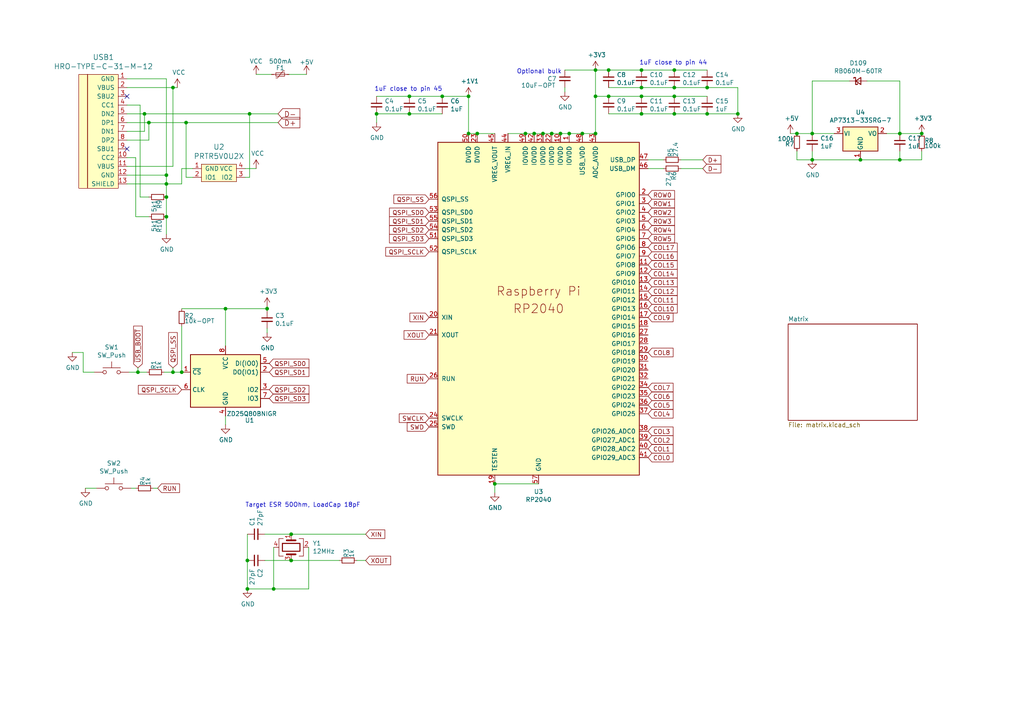
<source format=kicad_sch>
(kicad_sch (version 20230121) (generator eeschema)
  (paper "A4")
  (lib_symbols
    (symbol "BrutalV2-60-rescue:+3.3V-power" (power) (pin_names (offset 0))
      (property "Value" "+3.3V-power" (at 0 3.556 0))
      (symbol "+3.3V-power_0_1"
        (polyline (pts (xy -0.762 1.27) (xy 0 2.54)))
        (polyline (pts (xy 0 0) (xy 0 2.54)))
        (polyline (pts (xy 0 2.54) (xy 0.762 1.27)))
      )
      (symbol "+3.3V-power_1_1"
        (pin power_in line (at 0 0 90) (length 0) hide (name "+3V3") (number "1"))
      )
    )
    (symbol "Device:C_Small" (pin_numbers hide) (pin_names (offset 0.254) hide)
      (property "Reference" "C" (at 0.254 1.778 0))
      (property "Value" "C_Small" (at 0.254 -2.032 0))
      (symbol "C_Small_0_1"
        (polyline (pts (xy -1.524 -0.508) (xy 1.524 -0.508)) (stroke (width 0.3302)))
        (polyline (pts (xy -1.524 0.508) (xy 1.524 0.508)) (stroke (width 0.3048)))
      )
      (symbol "C_Small_1_1"
        (pin passive line (at 0 2.54 270) (length 2.032) (name "~") (number "1"))
        (pin passive line (at 0 -2.54 90) (length 2.032) (name "~") (number "2"))
      )
    )
    (symbol "Device:Crystal_GND24" (pin_names (offset 1.016) hide)
      (property "Reference" "Y" (at 3.175 5.08 0))
      (property "Value" "Crystal_GND24" (at 3.175 3.175 0))
      (symbol "Crystal_GND24_0_1"
        (rectangle (start -1.143 2.54) (end 1.143 -2.54) (stroke (width 0.3048)))
        (polyline (pts (xy -2.54 0) (xy -2.032 0)))
        (polyline (pts (xy -2.032 -1.27) (xy -2.032 1.27)) (stroke (width 0.508)))
        (polyline (pts (xy 0 -3.81) (xy 0 -3.556)))
        (polyline (pts (xy 0 3.556) (xy 0 3.81)))
        (polyline (pts (xy 2.032 -1.27) (xy 2.032 1.27)) (stroke (width 0.508)))
        (polyline (pts (xy 2.032 0) (xy 2.54 0)))
        (polyline (pts (xy -2.54 -2.286) (xy -2.54 -3.556) (xy 2.54 -3.556) (xy 2.54 -2.286)))
        (polyline (pts (xy -2.54 2.286) (xy -2.54 3.556) (xy 2.54 3.556) (xy 2.54 2.286)))
      )
      (symbol "Crystal_GND24_1_1"
        (pin passive line (at -3.81 0 0) (length 1.27) (name "1") (number "1"))
        (pin passive line (at 0 5.08 270) (length 1.27) (name "2") (number "2"))
        (pin passive line (at 3.81 0 180) (length 1.27) (name "3") (number "3"))
        (pin passive line (at 0 -5.08 90) (length 1.27) (name "4") (number "4"))
      )
    )
    (symbol "Device:D_Schottky_Small" (pin_numbers hide) (pin_names (offset 0.254) hide)
      (property "Reference" "D" (at -1.27 2.032 0))
      (property "Value" "D_Schottky_Small" (at -7.112 -2.032 0))
      (symbol "D_Schottky_Small_0_1"
        (polyline (pts (xy -0.762 0) (xy 0.762 0)))
        (polyline (pts (xy 0.762 -1.016) (xy -0.762 0) (xy 0.762 1.016) (xy 0.762 -1.016)) (stroke (width 0.254)))
        (polyline (pts (xy -1.27 0.762) (xy -1.27 1.016) (xy -0.762 1.016) (xy -0.762 -1.016) (xy -0.254 -1.016) (xy -0.254 -0.762)) (stroke (width 0.254)))
      )
      (symbol "D_Schottky_Small_1_1"
        (pin passive line (at -2.54 0 0) (length 1.778) (name "K") (number "1"))
        (pin passive line (at 2.54 0 180) (length 1.778) (name "A") (number "2"))
      )
    )
    (symbol "Device:Polyfuse_Small" (pin_numbers hide) (pin_names (offset 0))
      (property "Reference" "F" (at -1.905 0 90))
      (property "Value" "Polyfuse_Small" (at 1.905 0 90))
      (symbol "Polyfuse_Small_0_1"
        (rectangle (start -0.508 1.27) (end 0.508 -1.27))
        (polyline (pts (xy 0 2.54) (xy 0 -2.54)))
        (polyline (pts (xy -1.016 1.27) (xy -1.016 0.762) (xy 1.016 -0.762) (xy 1.016 -1.27)))
      )
      (symbol "Polyfuse_Small_1_1"
        (pin passive line (at 0 2.54 270) (length 0.635) (name "~") (number "1"))
        (pin passive line (at 0 -2.54 90) (length 0.635) (name "~") (number "2"))
      )
    )
    (symbol "Device:R_Small" (pin_numbers hide) (pin_names (offset 0.254) hide)
      (property "Reference" "R" (at 0.762 0.508 0))
      (property "Value" "R_Small" (at 0.762 -1.016 0))
      (symbol "R_Small_0_1"
        (rectangle (start -0.762 1.778) (end 0.762 -1.778) (stroke (width 0.2032)))
      )
      (symbol "R_Small_1_1"
        (pin passive line (at 0 2.54 270) (length 0.762) (name "~") (number "1"))
        (pin passive line (at 0 -2.54 90) (length 0.762) (name "~") (number "2"))
      )
    )
    (symbol "MCU_RaspberryPi_RP2040:RP2040" (pin_names (offset 1.016))
      (property "Reference" "U" (at -29.21 49.53 0))
      (property "Value" "RP2040" (at 24.13 -49.53 0))
      (symbol "RP2040_0_0"
        (text "Raspberry Pi" (at 0 5.08 0) (effects (font (size 2.54 2.54))))
        (text "RP2040" (at 0 0 0) (effects (font (size 2.54 2.54))))
      )
      (symbol "RP2040_0_1"
        (rectangle (start 29.21 48.26) (end -29.21 -48.26) (stroke (width 0.254)) (fill (type background)))
      )
      (symbol "RP2040_1_1"
        (pin power_in line (at 8.89 50.8 270) (length 2.54) (name "IOVDD") (number "1"))
        (pin power_in line (at 6.35 50.8 270) (length 2.54) (name "IOVDD") (number "10"))
        (pin bidirectional line (at 31.75 12.7 180) (length 2.54) (name "GPIO8") (number "11"))
        (pin bidirectional line (at 31.75 10.16 180) (length 2.54) (name "GPIO9") (number "12"))
        (pin bidirectional line (at 31.75 7.62 180) (length 2.54) (name "GPIO10") (number "13"))
        (pin bidirectional line (at 31.75 5.08 180) (length 2.54) (name "GPIO11") (number "14"))
        (pin bidirectional line (at 31.75 2.54 180) (length 2.54) (name "GPIO12") (number "15"))
        (pin bidirectional line (at 31.75 0 180) (length 2.54) (name "GPIO13") (number "16"))
        (pin bidirectional line (at 31.75 -2.54 180) (length 2.54) (name "GPIO14") (number "17"))
        (pin bidirectional line (at 31.75 -5.08 180) (length 2.54) (name "GPIO15") (number "18"))
        (pin passive line (at -12.7 -50.8 90) (length 2.54) (name "TESTEN") (number "19"))
        (pin bidirectional line (at 31.75 33.02 180) (length 2.54) (name "GPIO0") (number "2"))
        (pin input line (at -31.75 -2.54 0) (length 2.54) (name "XIN") (number "20"))
        (pin passive line (at -31.75 -7.62 0) (length 2.54) (name "XOUT") (number "21"))
        (pin power_in line (at 3.81 50.8 270) (length 2.54) (name "IOVDD") (number "22"))
        (pin power_in line (at -17.78 50.8 270) (length 2.54) (name "DVDD") (number "23"))
        (pin output line (at -31.75 -31.75 0) (length 2.54) (name "SWCLK") (number "24"))
        (pin bidirectional line (at -31.75 -34.29 0) (length 2.54) (name "SWD") (number "25"))
        (pin input line (at -31.75 -20.32 0) (length 2.54) (name "RUN") (number "26"))
        (pin bidirectional line (at 31.75 -7.62 180) (length 2.54) (name "GPIO16") (number "27"))
        (pin bidirectional line (at 31.75 -10.16 180) (length 2.54) (name "GPIO17") (number "28"))
        (pin bidirectional line (at 31.75 -12.7 180) (length 2.54) (name "GPIO18") (number "29"))
        (pin bidirectional line (at 31.75 30.48 180) (length 2.54) (name "GPIO1") (number "3"))
        (pin bidirectional line (at 31.75 -15.24 180) (length 2.54) (name "GPIO19") (number "30"))
        (pin bidirectional line (at 31.75 -17.78 180) (length 2.54) (name "GPIO20") (number "31"))
        (pin bidirectional line (at 31.75 -20.32 180) (length 2.54) (name "GPIO21") (number "32"))
        (pin power_in line (at 1.27 50.8 270) (length 2.54) (name "IOVDD") (number "33"))
        (pin bidirectional line (at 31.75 -22.86 180) (length 2.54) (name "GPIO22") (number "34"))
        (pin bidirectional line (at 31.75 -25.4 180) (length 2.54) (name "GPIO23") (number "35"))
        (pin bidirectional line (at 31.75 -27.94 180) (length 2.54) (name "GPIO24") (number "36"))
        (pin bidirectional line (at 31.75 -30.48 180) (length 2.54) (name "GPIO25") (number "37"))
        (pin bidirectional line (at 31.75 -35.56 180) (length 2.54) (name "GPIO26_ADC0") (number "38"))
        (pin bidirectional line (at 31.75 -38.1 180) (length 2.54) (name "GPIO27_ADC1") (number "39"))
        (pin bidirectional line (at 31.75 27.94 180) (length 2.54) (name "GPIO2") (number "4"))
        (pin bidirectional line (at 31.75 -40.64 180) (length 2.54) (name "GPIO28_ADC2") (number "40"))
        (pin bidirectional line (at 31.75 -43.18 180) (length 2.54) (name "GPIO29_ADC3") (number "41"))
        (pin power_in line (at -1.27 50.8 270) (length 2.54) (name "IOVDD") (number "42"))
        (pin power_in line (at 16.51 50.8 270) (length 2.54) (name "ADC_AVDD") (number "43"))
        (pin power_in line (at -8.89 50.8 270) (length 2.54) (name "VREG_IN") (number "44"))
        (pin power_out line (at -12.7 50.8 270) (length 2.54) (name "VREG_VOUT") (number "45"))
        (pin bidirectional line (at 31.75 40.64 180) (length 2.54) (name "USB_DM") (number "46"))
        (pin bidirectional line (at 31.75 43.18 180) (length 2.54) (name "USB_DP") (number "47"))
        (pin power_in line (at 12.7 50.8 270) (length 2.54) (name "USB_VDD") (number "48"))
        (pin power_in line (at -3.81 50.8 270) (length 2.54) (name "IOVDD") (number "49"))
        (pin bidirectional line (at 31.75 25.4 180) (length 2.54) (name "GPIO3") (number "5"))
        (pin power_in line (at -20.32 50.8 270) (length 2.54) (name "DVDD") (number "50"))
        (pin bidirectional line (at -31.75 20.32 0) (length 2.54) (name "QSPI_SD3") (number "51"))
        (pin output line (at -31.75 16.51 0) (length 2.54) (name "QSPI_SCLK") (number "52"))
        (pin bidirectional line (at -31.75 27.94 0) (length 2.54) (name "QSPI_SD0") (number "53"))
        (pin bidirectional line (at -31.75 22.86 0) (length 2.54) (name "QSPI_SD2") (number "54"))
        (pin bidirectional line (at -31.75 25.4 0) (length 2.54) (name "QSPI_SD1") (number "55"))
        (pin bidirectional line (at -31.75 31.75 0) (length 2.54) (name "QSPI_SS") (number "56"))
        (pin power_in line (at 0 -50.8 90) (length 2.54) (name "GND") (number "57"))
        (pin bidirectional line (at 31.75 22.86 180) (length 2.54) (name "GPIO4") (number "6"))
        (pin bidirectional line (at 31.75 20.32 180) (length 2.54) (name "GPIO5") (number "7"))
        (pin bidirectional line (at 31.75 17.78 180) (length 2.54) (name "GPIO6") (number "8"))
        (pin bidirectional line (at 31.75 15.24 180) (length 2.54) (name "GPIO7") (number "9"))
      )
    )
    (symbol "Memory_Flash:W25Q32JVSS"
      (property "Reference" "U" (at -8.89 8.89 0))
      (property "Value" "W25Q32JVSS" (at 7.62 8.89 0))
      (symbol "W25Q32JVSS_0_1"
        (rectangle (start -10.16 7.62) (end 10.16 -7.62) (stroke (width 0.254)) (fill (type background)))
      )
      (symbol "W25Q32JVSS_1_1"
        (pin input line (at -12.7 2.54 0) (length 2.54) (name "~{CS}") (number "1"))
        (pin bidirectional line (at 12.7 2.54 180) (length 2.54) (name "DO(IO1)") (number "2"))
        (pin bidirectional line (at 12.7 -2.54 180) (length 2.54) (name "IO2") (number "3"))
        (pin power_in line (at 0 -10.16 90) (length 2.54) (name "GND") (number "4"))
        (pin bidirectional line (at 12.7 5.08 180) (length 2.54) (name "DI(IO0)") (number "5"))
        (pin input line (at -12.7 -2.54 0) (length 2.54) (name "CLK") (number "6"))
        (pin bidirectional line (at 12.7 -5.08 180) (length 2.54) (name "IO3") (number "7"))
        (pin power_in line (at 0 10.16 270) (length 2.54) (name "VCC") (number "8"))
      )
    )
    (symbol "Regulator_Linear:MCP1700-3002E_SOT23" (pin_names (offset 0.254))
      (property "Reference" "U" (at -3.81 3.175 0))
      (property "Value" "MCP1700-3002E_SOT23" (at 0 3.175 0))
      (symbol "MCP1700-3002E_SOT23_0_1"
        (rectangle (start -5.08 1.905) (end 5.08 -5.08) (stroke (width 0.254)) (fill (type background)))
      )
      (symbol "MCP1700-3002E_SOT23_1_1"
        (pin power_in line (at 0 -7.62 90) (length 2.54) (name "GND") (number "1"))
        (pin power_out line (at 7.62 0 180) (length 2.54) (name "VO") (number "2"))
        (pin power_in line (at -7.62 0 0) (length 2.54) (name "VI") (number "3"))
      )
    )
    (symbol "Switch:SW_Push" (pin_numbers hide) (pin_names (offset 1.016) hide)
      (property "Reference" "SW" (at 1.27 2.54 0))
      (property "Value" "SW_Push" (at 0 -1.524 0))
      (symbol "SW_Push_0_1"
        (circle (center -2.032 0) (radius 0.508))
        (polyline (pts (xy 0 1.27) (xy 0 3.048)))
        (polyline (pts (xy 2.54 1.27) (xy -2.54 1.27)))
        (circle (center 2.032 0) (radius 0.508))
        (pin passive line (at -5.08 0 0) (length 2.54) (name "1") (number "1"))
        (pin passive line (at 5.08 0 180) (length 2.54) (name "2") (number "2"))
      )
    )
    (symbol "Type-C:HRO-TYPE-C-31-M-12" (pin_names (offset 1.016))
      (property "Reference" "USB" (at -5.08 16.51 0))
      (property "Value" "HRO-TYPE-C-31-M-12" (at -10.16 -1.27 90))
      (symbol "HRO-TYPE-C-31-M-12_0_1"
        (rectangle (start -11.43 15.24) (end -8.89 -17.78) (fill (type background)))
        (rectangle (start 0 -17.78) (end -8.89 15.24) (fill (type background)))
      )
      (symbol "HRO-TYPE-C-31-M-12_1_1"
        (pin input line (at 2.54 13.97 180) (length 2.54) (name "GND") (number "1"))
        (pin input line (at 2.54 -8.89 180) (length 2.54) (name "CC2") (number "10"))
        (pin input line (at 2.54 -11.43 180) (length 2.54) (name "VBUS") (number "11"))
        (pin input line (at 2.54 -13.97 180) (length 2.54) (name "GND") (number "12"))
        (pin input line (at 2.54 -16.51 180) (length 2.54) (name "SHIELD") (number "13"))
        (pin input line (at 2.54 11.43 180) (length 2.54) (name "VBUS") (number "2"))
        (pin input line (at 2.54 8.89 180) (length 2.54) (name "SBU2") (number "3"))
        (pin input line (at 2.54 6.35 180) (length 2.54) (name "CC1") (number "4"))
        (pin input line (at 2.54 3.81 180) (length 2.54) (name "DN2") (number "5"))
        (pin input line (at 2.54 1.27 180) (length 2.54) (name "DP1") (number "6"))
        (pin input line (at 2.54 -1.27 180) (length 2.54) (name "DN1") (number "7"))
        (pin input line (at 2.54 -3.81 180) (length 2.54) (name "DP2") (number "8"))
        (pin input line (at 2.54 -6.35 180) (length 2.54) (name "SBU1") (number "9"))
      )
    )
    (symbol "ai03-locallib:PRTR5V0U2X" (pin_names (offset 1.016))
      (property "Reference" "U" (at 0 3.81 0))
      (property "Value" "PRTR5V0U2X" (at 0 -3.81 0))
      (symbol "PRTR5V0U2X_0_1"
        (rectangle (start -5.08 2.54) (end 5.08 -2.54) (fill (type background)))
      )
      (symbol "PRTR5V0U2X_1_1"
        (pin input line (at -7.62 1.27 0) (length 2.54) (name "GND") (number "1"))
        (pin input line (at -7.62 -1.27 0) (length 2.54) (name "IO1") (number "2"))
        (pin input line (at 7.62 -1.27 180) (length 2.54) (name "IO2") (number "3"))
        (pin input line (at 7.62 1.27 180) (length 2.54) (name "VCC") (number "4"))
      )
    )
    (symbol "power:+1V1" (power) (pin_names (offset 0))
      (property "Value" "+1V1" (at 0 3.556 0))
      (symbol "+1V1_0_1"
        (polyline (pts (xy -0.762 1.27) (xy 0 2.54)))
        (polyline (pts (xy 0 0) (xy 0 2.54)))
        (polyline (pts (xy 0 2.54) (xy 0.762 1.27)))
      )
      (symbol "+1V1_1_1"
        (pin power_in line (at 0 0 90) (length 0) hide (name "+1V1") (number "1"))
      )
    )
    (symbol "power:+3V3" (power) (pin_names (offset 0))
      (property "Value" "+3V3" (at 0 3.556 0))
      (symbol "+3V3_0_1"
        (polyline (pts (xy -0.762 1.27) (xy 0 2.54)))
        (polyline (pts (xy 0 0) (xy 0 2.54)))
        (polyline (pts (xy 0 2.54) (xy 0.762 1.27)))
      )
      (symbol "+3V3_1_1"
        (pin power_in line (at 0 0 90) (length 0) hide (name "+3V3") (number "1"))
      )
    )
    (symbol "power:+5V" (power) (pin_names (offset 0))
      (property "Value" "+5V" (at 0 3.556 0))
      (symbol "+5V_0_1"
        (polyline (pts (xy -0.762 1.27) (xy 0 2.54)))
        (polyline (pts (xy 0 0) (xy 0 2.54)))
        (polyline (pts (xy 0 2.54) (xy 0.762 1.27)))
      )
      (symbol "+5V_1_1"
        (pin power_in line (at 0 0 90) (length 0) hide (name "+5V") (number "1"))
      )
    )
    (symbol "power:GND" (power) (pin_names (offset 0))
      (property "Value" "GND" (at 0 -3.81 0))
      (symbol "GND_0_1"
        (polyline (pts (xy 0 0) (xy 0 -1.27) (xy 1.27 -1.27) (xy 0 -2.54) (xy -1.27 -1.27) (xy 0 -1.27)))
      )
      (symbol "GND_1_1"
        (pin power_in line (at 0 0 270) (length 0) hide (name "GND") (number "1"))
      )
    )
    (symbol "power:VCC" (power) (pin_names (offset 0))
      (property "Value" "VCC" (at 0 3.81 0))
      (symbol "VCC_0_1"
        (polyline (pts (xy -0.762 1.27) (xy 0 2.54)))
        (polyline (pts (xy 0 0) (xy 0 2.54)))
        (polyline (pts (xy 0 2.54) (xy 0.762 1.27)))
      )
      (symbol "VCC_1_1"
        (pin power_in line (at 0 0 90) (length 0) hide (name "VCC") (number "1"))
      )
    )
  )
  (junction (at 172.72 20.32))
  (junction (at 109.22 33.02))
  (junction (at 205.105 33.02))
  (junction (at 65.405 89.535))
  (junction (at 71.755 162.56))
  (junction (at 172.72 27.94))
  (junction (at 186.055 25.4))
  (junction (at 172.72 38.735))
  (junction (at 152.4 38.735))
  (junction (at 195.58 33.02))
  (junction (at 40.005 107.95))
  (junction (at 71.755 170.815))
  (junction (at 118.745 27.94))
  (junction (at 267.335 38.735))
  (junction (at 176.53 20.32))
  (junction (at 235.585 38.735))
  (junction (at 48.26 57.15))
  (junction (at 48.26 62.865))
  (junction (at 260.985 38.735))
  (junction (at 195.58 20.32))
  (junction (at 231.14 38.735))
  (junction (at 195.58 25.4))
  (junction (at 154.94 38.735))
  (junction (at 168.91 38.735))
  (junction (at 160.02 38.735))
  (junction (at 205.105 25.4))
  (junction (at 48.26 50.8))
  (junction (at 143.51 140.335))
  (junction (at 186.055 33.02))
  (junction (at 48.26 53.34))
  (junction (at 157.48 38.735))
  (junction (at 162.56 38.735))
  (junction (at 128.27 27.94))
  (junction (at 77.47 89.535))
  (junction (at 186.055 27.94))
  (junction (at 41.91 33.02))
  (junction (at 118.745 33.02))
  (junction (at 235.585 46.355))
  (junction (at 186.055 20.32))
  (junction (at 176.53 27.94))
  (junction (at 165.1 38.735))
  (junction (at 249.555 46.355))
  (junction (at 52.705 107.95))
  (junction (at 260.985 46.355))
  (junction (at 135.89 38.735))
  (junction (at 72.39 33.02))
  (junction (at 50.165 107.95))
  (junction (at 195.58 27.94))
  (junction (at 213.995 33.02))
  (junction (at 84.455 154.94))
  (junction (at 43.18 35.56))
  (junction (at 53.975 35.56))
  (junction (at 138.43 38.735))
  (junction (at 79.375 170.815))
  (junction (at 50.165 25.4))
  (junction (at 84.455 162.56))
  (junction (at 135.89 27.94))
  (no_connect (at 36.83 27.94))
  (no_connect (at 36.83 43.18))
  (wire (pts (xy 176.53 27.94) (xy 172.72 27.94)))
  (wire (pts (xy 109.22 33.02) (xy 118.745 33.02)))
  (wire (pts (xy 41.91 33.02) (xy 72.39 33.02)))
  (wire (pts (xy 235.585 23.495) (xy 246.38 23.495)))
  (wire (pts (xy 249.555 46.355) (xy 235.585 46.355)))
  (wire (pts (xy 195.58 27.94) (xy 186.055 27.94)))
  (wire (pts (xy 267.335 43.815) (xy 267.335 46.355)))
  (wire (pts (xy 251.46 23.495) (xy 260.985 23.495)))
  (wire (pts (xy 260.985 43.815) (xy 260.985 46.355)))
  (wire (pts (xy 36.83 45.72) (xy 39.37 45.72)))
  (wire (pts (xy 71.755 170.815) (xy 71.755 162.56)))
  (wire (pts (xy 143.51 140.335) (xy 156.21 140.335)))
  (wire (pts (xy 48.26 53.34) (xy 48.26 50.8)))
  (wire (pts (xy 53.975 51.435) (xy 53.975 35.56)))
  (wire (pts (xy 36.83 48.26) (xy 50.165 48.26)))
  (wire (pts (xy 48.26 57.15) (xy 48.26 62.865)))
  (wire (pts (xy 77.47 89.535) (xy 65.405 89.535)))
  (wire (pts (xy 135.89 27.94) (xy 128.27 27.94)))
  (wire (pts (xy 36.83 40.64) (xy 43.18 40.64)))
  (wire (pts (xy 154.94 38.735) (xy 157.48 38.735)))
  (wire (pts (xy 172.72 27.94) (xy 172.72 38.735)))
  (wire (pts (xy 72.39 33.02) (xy 80.645 33.02)))
  (wire (pts (xy 186.055 25.4) (xy 176.53 25.4)))
  (wire (pts (xy 40.64 57.15) (xy 43.18 57.15)))
  (wire (pts (xy 77.47 96.52) (xy 77.47 95.25)))
  (wire (pts (xy 260.985 23.495) (xy 260.985 38.735)))
  (wire (pts (xy 36.83 53.34) (xy 48.26 53.34)))
  (wire (pts (xy 50.165 107.95) (xy 52.705 107.95)))
  (wire (pts (xy 48.26 53.34) (xy 52.705 53.34)))
  (wire (pts (xy 41.91 33.02) (xy 41.91 38.1)))
  (wire (pts (xy 231.14 46.355) (xy 235.585 46.355)))
  (wire (pts (xy 172.72 20.32) (xy 172.72 27.94)))
  (wire (pts (xy 143.51 142.875) (xy 143.51 140.335)))
  (wire (pts (xy 165.1 38.735) (xy 168.91 38.735)))
  (wire (pts (xy 42.545 107.95) (xy 40.005 107.95)))
  (wire (pts (xy 135.89 27.94) (xy 135.89 38.735)))
  (wire (pts (xy 98.425 162.56) (xy 84.455 162.56)))
  (wire (pts (xy 71.755 162.56) (xy 71.755 154.94)))
  (wire (pts (xy 77.47 89.535) (xy 77.47 90.17)))
  (wire (pts (xy 36.83 33.02) (xy 41.91 33.02)))
  (wire (pts (xy 260.985 46.355) (xy 249.555 46.355)))
  (wire (pts (xy 52.705 48.895) (xy 55.88 48.895)))
  (wire (pts (xy 50.165 106.68) (xy 50.165 107.95)))
  (wire (pts (xy 20.955 102.235) (xy 24.13 102.235)))
  (wire (pts (xy 176.53 33.02) (xy 186.055 33.02)))
  (wire (pts (xy 213.995 25.4) (xy 205.105 25.4)))
  (wire (pts (xy 79.375 170.815) (xy 71.755 170.815)))
  (wire (pts (xy 187.96 48.895) (xy 192.405 48.895)))
  (wire (pts (xy 231.14 38.735) (xy 235.585 38.735)))
  (wire (pts (xy 260.985 38.735) (xy 257.175 38.735)))
  (wire (pts (xy 205.105 25.4) (xy 195.58 25.4)))
  (wire (pts (xy 52.705 53.34) (xy 52.705 48.895)))
  (wire (pts (xy 40.64 57.15) (xy 40.64 30.48)))
  (wire (pts (xy 205.105 27.94) (xy 195.58 27.94)))
  (wire (pts (xy 76.835 154.94) (xy 84.455 154.94)))
  (wire (pts (xy 39.37 45.72) (xy 39.37 62.865)))
  (wire (pts (xy 43.18 40.64) (xy 43.18 35.56)))
  (wire (pts (xy 109.22 35.56) (xy 109.22 33.02)))
  (wire (pts (xy 197.485 48.895) (xy 203.835 48.895)))
  (wire (pts (xy 72.39 51.435) (xy 72.39 33.02)))
  (wire (pts (xy 48.26 22.86) (xy 48.26 50.8)))
  (wire (pts (xy 40.005 107.95) (xy 40.005 106.68)))
  (wire (pts (xy 160.02 38.735) (xy 162.56 38.735)))
  (wire (pts (xy 89.535 158.75) (xy 89.535 170.815)))
  (wire (pts (xy 235.585 46.355) (xy 235.585 43.815)))
  (wire (pts (xy 43.18 35.56) (xy 36.83 35.56)))
  (wire (pts (xy 24.765 141.605) (xy 27.94 141.605)))
  (wire (pts (xy 48.26 53.34) (xy 48.26 57.15)))
  (wire (pts (xy 74.295 21.59) (xy 78.74 21.59)))
  (wire (pts (xy 195.58 20.32) (xy 186.055 20.32)))
  (wire (pts (xy 51.435 25.4) (xy 50.165 25.4)))
  (wire (pts (xy 37.465 107.95) (xy 40.005 107.95)))
  (wire (pts (xy 205.105 33.02) (xy 213.995 33.02)))
  (wire (pts (xy 163.83 25.4) (xy 163.83 26.67)))
  (wire (pts (xy 89.535 170.815) (xy 79.375 170.815)))
  (wire (pts (xy 235.585 38.735) (xy 235.585 23.495)))
  (wire (pts (xy 235.585 38.735) (xy 241.935 38.735)))
  (wire (pts (xy 135.89 38.735) (xy 138.43 38.735)))
  (wire (pts (xy 53.975 35.56) (xy 80.645 35.56)))
  (wire (pts (xy 65.405 123.19) (xy 65.405 120.65)))
  (wire (pts (xy 50.165 48.26) (xy 50.165 25.4)))
  (wire (pts (xy 52.705 89.535) (xy 65.405 89.535)))
  (wire (pts (xy 79.375 158.75) (xy 79.375 170.815)))
  (wire (pts (xy 24.13 107.95) (xy 27.305 107.95)))
  (wire (pts (xy 205.105 20.32) (xy 195.58 20.32)))
  (wire (pts (xy 147.32 38.735) (xy 152.4 38.735)))
  (wire (pts (xy 103.505 162.56) (xy 106.045 162.56)))
  (wire (pts (xy 231.14 43.815) (xy 231.14 46.355)))
  (wire (pts (xy 229.235 38.735) (xy 231.14 38.735)))
  (wire (pts (xy 48.26 62.865) (xy 48.26 67.945)))
  (wire (pts (xy 77.47 88.9) (xy 77.47 89.535)))
  (wire (pts (xy 162.56 38.735) (xy 165.1 38.735)))
  (wire (pts (xy 71.12 51.435) (xy 72.39 51.435)))
  (wire (pts (xy 43.18 35.56) (xy 53.975 35.56)))
  (wire (pts (xy 138.43 38.735) (xy 143.51 38.735)))
  (wire (pts (xy 172.72 20.32) (xy 163.83 20.32)))
  (wire (pts (xy 195.58 33.02) (xy 205.105 33.02)))
  (wire (pts (xy 118.745 33.02) (xy 128.27 33.02)))
  (wire (pts (xy 74.295 48.895) (xy 71.12 48.895)))
  (wire (pts (xy 152.4 38.735) (xy 154.94 38.735)))
  (wire (pts (xy 267.335 46.355) (xy 260.985 46.355)))
  (wire (pts (xy 192.405 46.355) (xy 187.96 46.355)))
  (wire (pts (xy 55.88 51.435) (xy 53.975 51.435)))
  (wire (pts (xy 83.82 21.59) (xy 88.9 21.59)))
  (wire (pts (xy 65.405 89.535) (xy 65.405 100.33)))
  (wire (pts (xy 213.995 33.02) (xy 213.995 25.4)))
  (wire (pts (xy 39.37 62.865) (xy 43.18 62.865)))
  (wire (pts (xy 176.53 20.32) (xy 172.72 20.32)))
  (wire (pts (xy 41.91 38.1) (xy 36.83 38.1)))
  (wire (pts (xy 24.13 102.235) (xy 24.13 107.95)))
  (wire (pts (xy 38.1 141.605) (xy 39.37 141.605)))
  (wire (pts (xy 267.335 38.735) (xy 260.985 38.735)))
  (wire (pts (xy 186.055 20.32) (xy 176.53 20.32)))
  (wire (pts (xy 186.055 33.02) (xy 195.58 33.02)))
  (wire (pts (xy 118.745 27.94) (xy 109.22 27.94)))
  (wire (pts (xy 45.72 141.605) (xy 44.45 141.605)))
  (wire (pts (xy 186.055 27.94) (xy 176.53 27.94)))
  (wire (pts (xy 47.625 107.95) (xy 50.165 107.95)))
  (wire (pts (xy 157.48 38.735) (xy 160.02 38.735)))
  (wire (pts (xy 106.045 154.94) (xy 84.455 154.94)))
  (wire (pts (xy 128.27 27.94) (xy 118.745 27.94)))
  (wire (pts (xy 203.835 46.355) (xy 197.485 46.355)))
  (wire (pts (xy 168.91 38.735) (xy 172.72 38.735)))
  (wire (pts (xy 48.26 50.8) (xy 36.83 50.8)))
  (wire (pts (xy 40.64 30.48) (xy 36.83 30.48)))
  (wire (pts (xy 50.165 25.4) (xy 36.83 25.4)))
  (wire (pts (xy 36.83 22.86) (xy 48.26 22.86)))
  (wire (pts (xy 195.58 25.4) (xy 186.055 25.4)))
  (wire (pts (xy 52.705 94.615) (xy 52.705 107.95)))
  (wire (pts (xy 76.835 162.56) (xy 84.455 162.56)))
  (text "Target ESR 50Ohm, LoadCap 18pF" (at 71.12 147.32 0) (effects (font (size 1.27 1.27)) (justify left bottom)))
  (text "Optional bulk" (at 149.86 21.59 0) (effects (font (size 1.27 1.27)) (justify left bottom)))
  (text "1uF close to pin 44" (at 185.42 19.05 0) (effects (font (size 1.27 1.27)) (justify left bottom)))
  (text "1uF close to pin 45" (at 108.585 26.67 0) (effects (font (size 1.27 1.27)) (justify left bottom)))
  (global_label "XIN" (shape input) (at 106.045 154.94 0) (property "Intersheetrefs" "${INTERSHEET_REFS}" (effects hide)))
  (global_label "SWD" (shape input) (at 124.46 123.825 180) (property "Intersheetrefs" "${INTERSHEET_REFS}" (effects hide)))
  (global_label "COL9" (shape input) (at 187.96 92.075 0) (property "Intersheetrefs" "${INTERSHEET_REFS}" (effects hide)))
  (global_label "D-" (shape input) (at 203.835 48.895 0) (property "Intersheetrefs" "${INTERSHEET_REFS}" (effects hide)))
  (global_label "ROW2" (shape input) (at 187.96 61.595 0) (property "Intersheetrefs" "${INTERSHEET_REFS}" (effects hide)))
  (global_label "XOUT" (shape input) (at 106.045 162.56 0) (property "Intersheetrefs" "${INTERSHEET_REFS}" (effects hide)))
  (global_label "QSPI_SS" (shape input) (at 50.165 106.68 90) (property "Intersheetrefs" "${INTERSHEET_REFS}" (effects hide)))
  (global_label "D+" (shape input) (at 203.835 46.355 0) (property "Intersheetrefs" "${INTERSHEET_REFS}" (effects hide)))
  (global_label "COL2" (shape input) (at 187.96 127.635 0) (property "Intersheetrefs" "${INTERSHEET_REFS}" (effects hide)))
  (global_label "SWCLK" (shape input) (at 124.46 121.285 180) (property "Intersheetrefs" "${INTERSHEET_REFS}" (effects hide)))
  (global_label "D+" (shape input) (at 80.645 35.56 0) (effects (font (size 1.524 1.524))) (property "Intersheetrefs" "${INTERSHEET_REFS}" (effects hide)))
  (global_label "RUN" (shape input) (at 45.72 141.605 0) (property "Intersheetrefs" "${INTERSHEET_REFS}" (effects hide)))
  (global_label "XOUT" (shape input) (at 124.46 97.155 180) (property "Intersheetrefs" "${INTERSHEET_REFS}" (effects hide)))
  (global_label "COL17" (shape input) (at 187.96 71.755 0) (property "Intersheetrefs" "${INTERSHEET_REFS}" (effects hide)))
  (global_label "RUN" (shape input) (at 124.46 109.855 180) (property "Intersheetrefs" "${INTERSHEET_REFS}" (effects hide)))
  (global_label "QSPI_SS" (shape input) (at 124.46 57.785 180) (property "Intersheetrefs" "${INTERSHEET_REFS}" (effects hide)))
  (global_label "COL7" (shape input) (at 187.96 112.395 0) (property "Intersheetrefs" "${INTERSHEET_REFS}" (effects hide)))
  (global_label "QSPI_SD0" (shape input) (at 124.46 61.595 180) (property "Intersheetrefs" "${INTERSHEET_REFS}" (effects hide)))
  (global_label "COL15" (shape input) (at 187.96 76.835 0) (property "Intersheetrefs" "${INTERSHEET_REFS}" (effects hide)))
  (global_label "COL12" (shape input) (at 187.96 84.455 0) (property "Intersheetrefs" "${INTERSHEET_REFS}" (effects hide)))
  (global_label "D-" (shape input) (at 80.645 33.02 0) (effects (font (size 1.524 1.524))) (property "Intersheetrefs" "${INTERSHEET_REFS}" (effects hide)))
  (global_label "ROW5" (shape input) (at 187.96 69.215 0) (property "Intersheetrefs" "${INTERSHEET_REFS}" (effects hide)))
  (global_label "ROW3" (shape input) (at 187.96 64.135 0) (property "Intersheetrefs" "${INTERSHEET_REFS}" (effects hide)))
  (global_label "COL8" (shape input) (at 187.96 102.235 0) (property "Intersheetrefs" "${INTERSHEET_REFS}" (effects hide)))
  (global_label "COL10" (shape input) (at 187.96 89.535 0) (property "Intersheetrefs" "${INTERSHEET_REFS}" (effects hide)))
  (global_label "COL11" (shape input) (at 187.96 86.995 0) (property "Intersheetrefs" "${INTERSHEET_REFS}" (effects hide)))
  (global_label "QSPI_SD2" (shape input) (at 78.105 113.03 0) (property "Intersheetrefs" "${INTERSHEET_REFS}" (effects hide)))
  (global_label "COL5" (shape input) (at 187.96 117.475 0) (property "Intersheetrefs" "${INTERSHEET_REFS}" (effects hide)))
  (global_label "ROW1" (shape input) (at 187.96 59.055 0) (property "Intersheetrefs" "${INTERSHEET_REFS}" (effects hide)))
  (global_label "~{USB_BOOT}" (shape input) (at 40.005 106.68 90) (property "Intersheetrefs" "${INTERSHEET_REFS}" (effects hide)))
  (global_label "QSPI_SD3" (shape input) (at 124.46 69.215 180) (property "Intersheetrefs" "${INTERSHEET_REFS}" (effects hide)))
  (global_label "COL1" (shape input) (at 187.96 130.175 0) (property "Intersheetrefs" "${INTERSHEET_REFS}" (effects hide)))
  (global_label "COL13" (shape input) (at 187.96 81.915 0) (property "Intersheetrefs" "${INTERSHEET_REFS}" (effects hide)))
  (global_label "COL3" (shape input) (at 187.96 125.095 0) (property "Intersheetrefs" "${INTERSHEET_REFS}" (effects hide)))
  (global_label "ROW0" (shape input) (at 187.96 56.515 0) (property "Intersheetrefs" "${INTERSHEET_REFS}" (effects hide)))
  (global_label "QSPI_SD3" (shape input) (at 78.105 115.57 0) (property "Intersheetrefs" "${INTERSHEET_REFS}" (effects hide)))
  (global_label "XIN" (shape input) (at 124.46 92.075 180) (property "Intersheetrefs" "${INTERSHEET_REFS}" (effects hide)))
  (global_label "COL16" (shape input) (at 187.96 74.295 0) (property "Intersheetrefs" "${INTERSHEET_REFS}" (effects hide)))
  (global_label "COL14" (shape input) (at 187.96 79.375 0) (property "Intersheetrefs" "${INTERSHEET_REFS}" (effects hide)))
  (global_label "QSPI_SD1" (shape input) (at 78.105 107.95 0) (property "Intersheetrefs" "${INTERSHEET_REFS}" (effects hide)))
  (global_label "QSPI_SD0" (shape input) (at 78.105 105.41 0) (property "Intersheetrefs" "${INTERSHEET_REFS}" (effects hide)))
  (global_label "QSPI_SD2" (shape input) (at 124.46 66.675 180) (property "Intersheetrefs" "${INTERSHEET_REFS}" (effects hide)))
  (global_label "COL4" (shape input) (at 187.96 120.015 0) (property "Intersheetrefs" "${INTERSHEET_REFS}" (effects hide)))
  (global_label "COL6" (shape input) (at 187.96 114.935 0) (property "Intersheetrefs" "${INTERSHEET_REFS}" (effects hide)))
  (global_label "QSPI_SCLK" (shape input) (at 52.705 113.03 180) (property "Intersheetrefs" "${INTERSHEET_REFS}" (effects hide)))
  (global_label "QSPI_SCLK" (shape input) (at 124.46 73.025 180) (property "Intersheetrefs" "${INTERSHEET_REFS}" (effects hide)))
  (global_label "QSPI_SD1" (shape input) (at 124.46 64.135 180) (property "Intersheetrefs" "${INTERSHEET_REFS}" (effects hide)))
  (global_label "COL0" (shape input) (at 187.96 132.715 0) (property "Intersheetrefs" "${INTERSHEET_REFS}" (effects hide)))
  (global_label "ROW4" (shape input) (at 187.96 66.675 0) (property "Intersheetrefs" "${INTERSHEET_REFS}" (effects hide)))
  (symbol (lib_id "BrutalV2-60-rescue:+3.3V-power") (at 77.47 88.9 0) (unit 1)
    (property "Reference" "#PWR09" (effects hide))
    (property "Value" "+3.3V" (at 77.851 84.5058 0))
  )
  (symbol (lib_id "Device:C_Small") (at 186.055 22.86 0) (unit 1)
    (property "Reference" "C10" (at 188.3918 21.6916 0) (effects (justify left)))
    (property "Value" "0.1uF" (at 188.3918 24.003 0) (effects (justify left)))
    (property "Footprint" "Capacitor_SMD:C_0402_1005Metric" (effects hide))
  )
  (symbol (lib_id "Device:C_Small") (at 128.27 30.48 0) (unit 1)
    (property "Reference" "C6" (at 130.6068 29.3116 0) (effects (justify left)))
    (property "Value" "1uF" (at 130.6068 31.623 0) (effects (justify left)))
    (property "Footprint" "Capacitor_SMD:C_0402_1005Metric" (effects hide))
  )
  (symbol (lib_id "power:+3V3") (at 267.335 38.735 0) (unit 1)
    (property "Reference" "#PWR025" (effects hide))
    (property "Value" "+3V3" (at 267.716 34.3408 0))
  )
  (symbol (lib_id "power:GND") (at 235.585 46.355 0) (unit 1)
    (property "Reference" "#PWR024" (effects hide))
    (property "Value" "GND" (at 235.712 50.7492 0))
  )
  (symbol (lib_id "power:+5V") (at 88.9 21.59 0) (unit 1)
    (property "Reference" "#PWR015" (effects hide))
    (property "Value" "+5V" (at 88.9 18.034 0))
  )
  (symbol (lib_id "Device:C_Small") (at 176.53 22.86 0) (unit 1)
    (property "Reference" "C8" (at 178.8668 21.6916 0) (effects (justify left)))
    (property "Value" "0.1uF" (at 178.8668 24.003 0) (effects (justify left)))
    (property "Footprint" "Capacitor_SMD:C_0402_1005Metric" (effects hide))
  )
  (symbol (lib_id "power:+1V1") (at 135.89 27.94 0) (unit 1)
    (property "Reference" "#PWR018" (effects hide))
    (property "Value" "+1V1" (at 136.271 23.5458 0))
  )
  (symbol (lib_id "Device:C_Small") (at 74.295 162.56 270) (unit 1)
    (property "Reference" "C2" (at 75.4634 164.8968 0) (effects (justify left)))
    (property "Value" "27pF" (at 73.152 164.8968 0) (effects (justify left)))
    (property "Footprint" "Capacitor_SMD:C_0402_1005Metric" (effects hide))
  )
  (symbol (lib_id "power:VCC") (at 51.435 25.4 0) (unit 1)
    (property "Reference" "#PWR012" (effects hide))
    (property "Value" "VCC" (at 51.8668 21.0058 0))
  )
  (symbol (lib_id "power:+5V") (at 229.235 38.735 0) (unit 1)
    (property "Reference" "#PWR023" (effects hide))
    (property "Value" "+5V" (at 229.616 34.3408 0))
  )
  (symbol (lib_id "BrutalV2-60-rescue:+3.3V-power") (at 172.72 20.32 0) (unit 1)
    (property "Reference" "#PWR021" (effects hide))
    (property "Value" "+3.3V" (at 173.101 15.9258 0))
  )
  (symbol (lib_id "power:GND") (at 143.51 142.875 0) (unit 1)
    (property "Reference" "#PWR019" (effects hide))
    (property "Value" "GND" (at 143.637 147.2692 0))
  )
  (symbol (lib_id "Device:C_Small") (at 109.22 30.48 0) (unit 1)
    (property "Reference" "C4" (at 111.5568 29.3116 0) (effects (justify left)))
    (property "Value" "0.1uF" (at 111.5568 31.623 0) (effects (justify left)))
    (property "Footprint" "Capacitor_SMD:C_0402_1005Metric" (effects hide))
  )
  (symbol (lib_id "Device:C_Small") (at 77.47 92.71 0) (unit 1)
    (property "Reference" "C3" (at 79.8068 91.5416 0) (effects (justify left)))
    (property "Value" "0.1uF" (at 79.8068 93.853 0) (effects (justify left)))
    (property "Footprint" "Capacitor_SMD:C_0402_1005Metric" (effects hide))
  )
  (symbol (lib_id "power:GND") (at 77.47 96.52 0) (unit 1)
    (property "Reference" "#PWR010" (effects hide))
    (property "Value" "GND" (at 77.597 100.9142 0))
  )
  (symbol (lib_id "Device:D_Schottky_Small") (at 248.92 23.495 0) (unit 1)
    (property "Reference" "D109" (at 248.92 18.288 0))
    (property "Value" "RB060M-60TR" (at 248.92 20.5994 0))
    (property "Footprint" "Diode_SMD:D_SOD-123" (effects hide))
  )
  (symbol (lib_id "Regulator_Linear:MCP1700-3002E_SOT23") (at 249.555 38.735 0) (unit 1)
    (property "Reference" "U4" (at 249.555 32.5882 0))
    (property "Value" "AP7313-33SRG-7" (at 249.555 34.8996 0))
    (property "Footprint" "Package_TO_SOT_SMD:SOT-23" (effects hide))
    (property "Datasheet" "http://ww1.microchip.com/downloads/en/DeviceDoc/20001826D.pdf" (effects hide))
  )
  (symbol (lib_id "Device:C_Small") (at 205.105 22.86 0) (unit 1)
    (property "Reference" "C14" (at 207.4418 21.6916 0) (effects (justify left)))
    (property "Value" "0.1uF" (at 207.4418 24.003 0) (effects (justify left)))
    (property "Footprint" "Capacitor_SMD:C_0402_1005Metric" (effects hide))
  )
  (symbol (lib_id "Device:R_Small") (at 231.14 41.275 180) (unit 1)
    (property "Reference" "R7" (at 230.378 41.783 0) (effects (justify left)))
    (property "Value" "100k" (at 230.378 40.259 0) (effects (justify left)))
    (property "Footprint" "Resistor_SMD:R_0603_1608Metric" (effects hide))
  )
  (symbol (lib_id "Device:R_Small") (at 45.085 107.95 90) (unit 1)
    (property "Reference" "R1" (at 44.577 107.188 0) (effects (justify left)))
    (property "Value" "1k" (at 46.101 107.188 0) (effects (justify left)))
    (property "Footprint" "Resistor_SMD:R_0402_1005Metric" (effects hide))
  )
  (symbol (lib_id "power:GND") (at 71.755 170.815 0) (unit 1)
    (property "Reference" "#PWR02" (effects hide))
    (property "Value" "GND" (at 71.882 175.2092 0))
  )
  (symbol (lib_id "MCU_RaspberryPi_RP2040:RP2040") (at 156.21 89.535 0) (unit 1)
    (property "Reference" "U3" (at 156.21 142.5956 0))
    (property "Value" "RP2040" (at 156.21 144.907 0))
    (property "Footprint" "locallib:RP2040-QFN-56" (effects hide))
  )
  (symbol (lib_id "power:GND") (at 109.22 35.56 0) (unit 1)
    (property "Reference" "#PWR017" (effects hide))
    (property "Value" "GND" (at 109.347 39.9542 0))
  )
  (symbol (lib_id "power:VCC") (at 74.295 21.59 0) (unit 1)
    (property "Reference" "#PWR013" (effects hide))
    (property "Value" "VCC" (at 74.295 17.78 0))
  )
  (symbol (lib_id "Device:C_Small") (at 195.58 30.48 0) (unit 1)
    (property "Reference" "C13" (at 197.9168 29.3116 0) (effects (justify left)))
    (property "Value" "0.1uF" (at 197.9168 31.623 0) (effects (justify left)))
    (property "Footprint" "Capacitor_SMD:C_0402_1005Metric" (effects hide))
  )
  (symbol (lib_id "Device:C_Small") (at 260.985 41.275 0) (unit 1)
    (property "Reference" "C17" (at 263.3218 40.1066 0) (effects (justify left)))
    (property "Value" "1uF" (at 263.3218 42.418 0) (effects (justify left)))
    (property "Footprint" "Capacitor_SMD:C_0402_1005Metric" (effects hide))
  )
  (symbol (lib_id "Device:C_Small") (at 163.83 22.86 0) (unit 1)
    (property "Reference" "C7" (at 158.75 22.86 0) (effects (justify left)))
    (property "Value" "10uF-OPT" (at 151.13 24.765 0) (effects (justify left)))
    (property "Footprint" "Capacitor_SMD:C_0603_1608Metric" (effects hide))
  )
  (symbol (lib_id "Device:C_Small") (at 118.745 30.48 0) (unit 1)
    (property "Reference" "C5" (at 121.0818 29.3116 0) (effects (justify left)))
    (property "Value" "0.1uF" (at 121.0818 31.623 0) (effects (justify left)))
    (property "Footprint" "Capacitor_SMD:C_0402_1005Metric" (effects hide))
  )
  (symbol (lib_id "Switch:SW_Push") (at 32.385 107.95 0) (unit 1)
    (property "Reference" "SW1" (at 32.385 100.711 0))
    (property "Value" "SW_Push" (at 32.385 103.0224 0))
    (property "Footprint" "Button_Switch_SMD:SW_SPST_TL3342" (effects hide))
  )
  (symbol (lib_id "power:GND") (at 24.765 141.605 0) (unit 1)
    (property "Reference" "#PWR016" (effects hide))
    (property "Value" "GND" (at 24.892 145.9992 0))
  )
  (symbol (lib_id "Device:C_Small") (at 176.53 30.48 0) (unit 1)
    (property "Reference" "C9" (at 178.8668 29.3116 0) (effects (justify left)))
    (property "Value" "0.1uF" (at 178.8668 31.623 0) (effects (justify left)))
    (property "Footprint" "Capacitor_SMD:C_0402_1005Metric" (effects hide))
  )
  (symbol (lib_id "power:GND") (at 163.83 26.67 0) (unit 1)
    (property "Reference" "#PWR020" (effects hide))
    (property "Value" "GND" (at 163.957 31.0642 0))
  )
  (symbol (lib_id "ai03-locallib:PRTR5V0U2X") (at 63.5 50.165 0) (unit 1)
    (property "Reference" "U2" (at 63.5 42.6212 0) (effects (font (size 1.524 1.524))))
    (property "Value" "PRTR5V0U2X" (at 63.5 45.3136 0) (effects (font (size 1.524 1.524))))
    (property "Footprint" "random-keyboard-parts:SOT143B" (effects hide))
  )
  (symbol (lib_id "Device:R_Small") (at 52.705 92.075 0) (unit 1)
    (property "Reference" "R2" (at 53.467 91.567 0) (effects (justify left)))
    (property "Value" "10k-OPT" (at 53.467 93.091 0) (effects (justify left)))
    (property "Footprint" "Resistor_SMD:R_0402_1005Metric" (effects hide))
  )
  (symbol (lib_id "Device:R_Small") (at 41.91 141.605 90) (unit 1)
    (property "Reference" "R4" (at 41.402 140.843 0) (effects (justify left)))
    (property "Value" "1k" (at 42.926 140.843 0) (effects (justify left)))
    (property "Footprint" "Resistor_SMD:R_0402_1005Metric" (effects hide))
  )
  (symbol (lib_id "Device:R_Small") (at 267.335 41.275 0) (unit 1)
    (property "Reference" "R8" (at 268.097 40.767 0) (effects (justify left)))
    (property "Value" "100k" (at 268.097 42.291 0) (effects (justify left)))
    (property "Footprint" "Resistor_SMD:R_0603_1608Metric" (effects hide))
  )
  (symbol (lib_id "Device:C_Small") (at 186.055 30.48 0) (unit 1)
    (property "Reference" "C11" (at 188.3918 29.3116 0) (effects (justify left)))
    (property "Value" "0.1uF" (at 188.3918 31.623 0) (effects (justify left)))
    (property "Footprint" "Capacitor_SMD:C_0402_1005Metric" (effects hide))
  )
  (symbol (lib_id "Device:R_Small") (at 45.72 57.15 270) (unit 1)
    (property "Reference" "R9" (at 46.228 57.912 0) (effects (justify left)))
    (property "Value" "5k1" (at 44.704 57.912 0) (effects (justify left)))
    (property "Footprint" "Resistor_SMD:R_0603_1608Metric" (effects hide))
  )
  (symbol (lib_id "Type-C:HRO-TYPE-C-31-M-12") (at 34.29 36.83 0) (unit 1)
    (property "Reference" "USB1" (at 29.9974 16.5862 0) (effects (font (size 1.524 1.524))))
    (property "Value" "HRO-TYPE-C-31-M-12" (at 29.9974 19.2786 0) (effects (font (size 1.524 1.524))))
    (property "Footprint" "Type-C:HRO-TYPE-C-31-M-12-Assembly" (effects hide))
  )
  (symbol (lib_id "Device:R_Small") (at 194.945 48.895 270) (unit 1)
    (property "Reference" "R6" (at 195.453 49.657 0) (effects (justify left)))
    (property "Value" "27.4" (at 193.929 49.657 0) (effects (justify left)))
    (property "Footprint" "Resistor_SMD:R_0402_1005Metric" (effects hide))
  )
  (symbol (lib_id "Memory_Flash:W25Q32JVSS") (at 65.405 110.49 0) (unit 1)
    (property "Reference" "U1" (at 72.39 121.92 0))
    (property "Value" "ZD25Q80BNIGR" (at 73.025 120.015 0))
    (property "Footprint" "locallib:USON-8-1.5mm" (effects hide))
  )
  (symbol (lib_id "power:GND") (at 213.995 33.02 0) (unit 1)
    (property "Reference" "#PWR022" (effects hide))
    (property "Value" "GND" (at 214.122 37.4142 0))
  )
  (symbol (lib_id "Device:R_Small") (at 45.72 62.865 270) (unit 1)
    (property "Reference" "R10" (at 46.228 63.627 0) (effects (justify left)))
    (property "Value" "5k1" (at 44.704 63.627 0) (effects (justify left)))
    (property "Footprint" "Resistor_SMD:R_0603_1608Metric" (effects hide))
  )
  (symbol (lib_id "power:VCC") (at 74.295 48.895 0) (unit 1)
    (property "Reference" "#PWR014" (effects hide))
    (property "Value" "VCC" (at 74.7268 44.5008 0))
  )
  (symbol (lib_id "Device:C_Small") (at 205.105 30.48 0) (unit 1)
    (property "Reference" "C15" (at 207.4418 29.3116 0) (effects (justify left)))
    (property "Value" "1uF" (at 207.4418 31.623 0) (effects (justify left)))
    (property "Footprint" "Capacitor_SMD:C_0402_1005Metric" (effects hide))
  )
  (symbol (lib_id "Device:Polyfuse_Small") (at 81.28 21.59 270) (unit 1)
    (property "Reference" "F1" (at 81.28 19.685 90))
    (property "Value" "500mA" (at 81.28 17.78 90))
    (property "Footprint" "Fuse:Fuse_1206_3216Metric" (effects hide))
  )
  (symbol (lib_id "power:GND") (at 65.405 123.19 0) (unit 1)
    (property "Reference" "#PWR08" (effects hide))
    (property "Value" "GND" (at 65.532 127.5842 0))
  )
  (symbol (lib_id "power:GND") (at 20.955 102.235 0) (unit 1)
    (property "Reference" "#PWR01" (effects hide))
    (property "Value" "GND" (at 21.082 106.6292 0))
  )
  (symbol (lib_id "Device:Crystal_GND24") (at 84.455 158.75 270) (unit 1)
    (property "Reference" "Y1" (at 90.6526 157.5816 90) (effects (justify left)))
    (property "Value" "12MHz" (at 90.6526 159.893 90) (effects (justify left)))
    (property "Footprint" "Crystal:Crystal_SMD_3225-4Pin_3.2x2.5mm" (effects hide))
  )
  (symbol (lib_id "Switch:SW_Push") (at 33.02 141.605 0) (unit 1)
    (property "Reference" "SW2" (at 33.02 134.366 0))
    (property "Value" "SW_Push" (at 33.02 136.6774 0))
    (property "Footprint" "Button_Switch_SMD:SW_SPST_TL3342" (effects hide))
  )
  (symbol (lib_id "Device:R_Small") (at 100.965 162.56 90) (unit 1)
    (property "Reference" "R3" (at 100.457 161.798 0) (effects (justify left)))
    (property "Value" "1k" (at 101.981 161.798 0) (effects (justify left)))
    (property "Footprint" "Resistor_SMD:R_0402_1005Metric" (effects hide))
  )
  (symbol (lib_id "power:GND") (at 48.26 67.945 0) (unit 1)
    (property "Reference" "#PWR011" (effects hide))
    (property "Value" "GND" (at 48.387 72.3392 0))
  )
  (symbol (lib_id "Device:R_Small") (at 194.945 46.355 90) (unit 1)
    (property "Reference" "R5" (at 194.437 45.593 0) (effects (justify left)))
    (property "Value" "27.4" (at 195.961 45.593 0) (effects (justify left)))
    (property "Footprint" "Resistor_SMD:R_0402_1005Metric" (effects hide))
  )
  (symbol (lib_id "Device:C_Small") (at 74.295 154.94 90) (unit 1)
    (property "Reference" "C1" (at 73.1266 152.6032 0) (effects (justify left)))
    (property "Value" "27pF" (at 75.438 152.6032 0) (effects (justify left)))
    (property "Footprint" "Capacitor_SMD:C_0402_1005Metric" (effects hide))
  )
  (symbol (lib_id "Device:C_Small") (at 195.58 22.86 0) (unit 1)
    (property "Reference" "C12" (at 197.9168 21.6916 0) (effects (justify left)))
    (property "Value" "0.1uF" (at 197.9168 24.003 0) (effects (justify left)))
    (property "Footprint" "Capacitor_SMD:C_0402_1005Metric" (effects hide))
  )
  (symbol (lib_id "Device:C_Small") (at 235.585 41.275 0) (unit 1)
    (property "Reference" "C16" (at 237.9218 40.1066 0) (effects (justify left)))
    (property "Value" "1uF" (at 237.9218 42.418 0) (effects (justify left)))
    (property "Footprint" "Capacitor_SMD:C_0402_1005Metric" (effects hide))
  )
  (sheet (at 228.6 93.98) (size 37.465 27.94) (stroke (width 0.1524))
    (property "Sheetname" "Matrix" (at 228.6 93.2684 0) (effects (justify left bottom)))
    (property "Sheetfile" "matrix.kicad_sch" (at 228.6 122.5046 0) (effects (justify left top)))
  )
)
</source>
